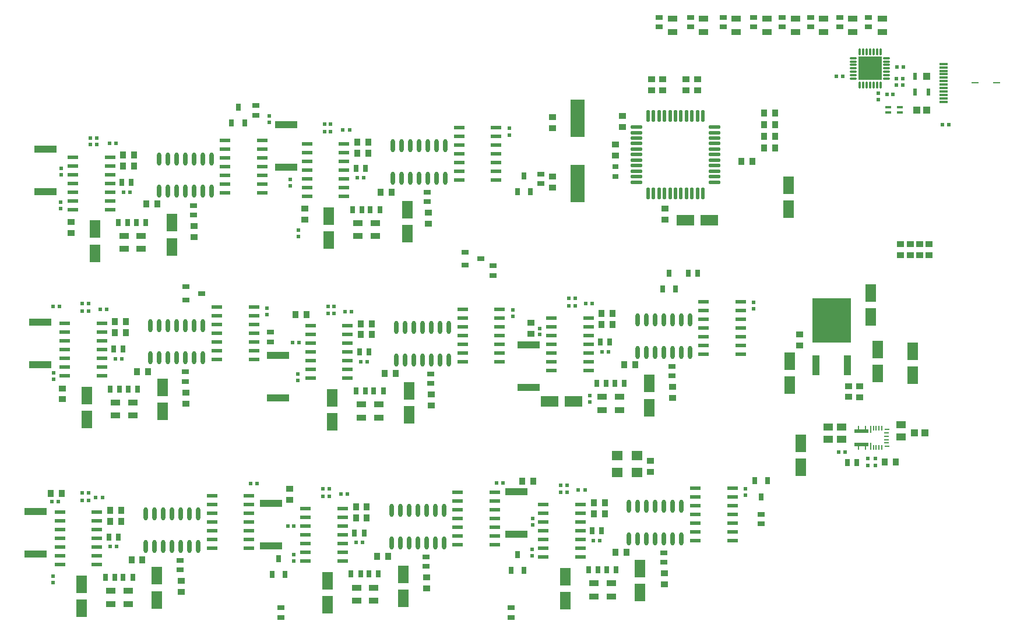
<source format=gtp>
G04*
G04 #@! TF.GenerationSoftware,Altium Limited,Altium Designer,19.0.15 (446)*
G04*
G04 Layer_Color=8421504*
%FSLAX25Y25*%
%MOIN*%
G70*
G01*
G75*
%ADD19R,0.05512X0.03543*%
%ADD20R,0.03898X0.02835*%
%ADD21R,0.02441X0.02441*%
%ADD22R,0.06102X0.02362*%
%ADD23R,0.02441X0.02284*%
%ADD24R,0.12992X0.04134*%
%ADD25R,0.02441X0.02441*%
%ADD26R,0.02284X0.02441*%
%ADD27R,0.03740X0.03937*%
%ADD28R,0.02559X0.04134*%
%ADD29R,0.05512X0.04134*%
%ADD30R,0.03937X0.03937*%
%ADD31R,0.08268X0.02362*%
%ADD32R,0.00787X0.04331*%
%ADD33R,0.00787X0.03150*%
%ADD34R,0.03150X0.00984*%
%ADD35R,0.02756X0.00984*%
%ADD36R,0.03543X0.01575*%
%ADD37R,0.13189X0.13189*%
%ADD38O,0.04134X0.01181*%
%ADD39O,0.01181X0.04134*%
%ADD40R,0.21850X0.25591*%
%ADD41R,0.03937X0.11221*%
%ADD42R,0.06299X0.10039*%
%ADD43R,0.03937X0.03740*%
%ADD44R,0.02835X0.03898*%
%ADD45R,0.03543X0.03937*%
%ADD46R,0.04724X0.01181*%
%ADD47R,0.03937X0.00787*%
%ADD48R,0.04134X0.02559*%
%ADD49O,0.02165X0.06890*%
%ADD50O,0.06890X0.02165*%
%ADD51R,0.10039X0.06299*%
%ADD52O,0.02362X0.07480*%
%ADD53R,0.03543X0.03150*%
%ADD54R,0.03937X0.03543*%
%ADD55R,0.02362X0.03937*%
%ADD56R,0.07874X0.21654*%
%ADD57R,0.06299X0.05315*%
G36*
X631299Y333425D02*
X624685D01*
Y339094D01*
X631299D01*
Y333425D01*
D02*
G37*
G36*
X621772D02*
X615158D01*
Y339094D01*
X621772D01*
Y333425D01*
D02*
G37*
G36*
X631299Y325630D02*
X624685D01*
Y331299D01*
X631299D01*
Y325630D01*
D02*
G37*
G36*
X621772D02*
X615158D01*
Y331299D01*
X621772D01*
Y325630D01*
D02*
G37*
G36*
X631299Y317835D02*
X624685D01*
Y323504D01*
X631299D01*
Y317835D01*
D02*
G37*
G36*
X621772D02*
X615158D01*
Y323504D01*
X621772D01*
Y317835D01*
D02*
G37*
D19*
X532205Y493720D02*
D03*
Y501200D02*
D03*
X602598Y493720D02*
D03*
Y501200D02*
D03*
X618504Y493720D02*
D03*
Y501200D02*
D03*
X550079Y493720D02*
D03*
Y501200D02*
D03*
X635197Y493720D02*
D03*
Y501200D02*
D03*
X568740Y493720D02*
D03*
Y501200D02*
D03*
X652283Y493720D02*
D03*
Y501200D02*
D03*
X586220Y493720D02*
D03*
Y501200D02*
D03*
X228346Y376969D02*
D03*
Y369488D02*
D03*
X362205Y384449D02*
D03*
Y376969D02*
D03*
X364173Y280512D02*
D03*
Y273031D02*
D03*
X223622Y281693D02*
D03*
Y274213D02*
D03*
X220866Y173819D02*
D03*
Y166339D02*
D03*
X361417Y175787D02*
D03*
Y168307D02*
D03*
X501968Y284842D02*
D03*
Y277362D02*
D03*
X497244Y178150D02*
D03*
Y170669D02*
D03*
X218504Y376969D02*
D03*
Y369488D02*
D03*
X352362Y384449D02*
D03*
Y376969D02*
D03*
X354331Y280512D02*
D03*
Y273031D02*
D03*
X213779Y281693D02*
D03*
Y274213D02*
D03*
X211024Y173819D02*
D03*
Y166339D02*
D03*
X351575Y175787D02*
D03*
Y168307D02*
D03*
X492126Y284842D02*
D03*
Y277362D02*
D03*
X487402Y178150D02*
D03*
Y170669D02*
D03*
D20*
X524803Y496496D02*
D03*
Y501929D02*
D03*
X594882Y496496D02*
D03*
Y501929D02*
D03*
X611417Y496496D02*
D03*
Y501929D02*
D03*
X542520Y496496D02*
D03*
Y501929D02*
D03*
X627953Y496496D02*
D03*
Y501929D02*
D03*
X561417Y496496D02*
D03*
Y501929D02*
D03*
X644488Y496496D02*
D03*
Y501929D02*
D03*
X578740Y496496D02*
D03*
Y501929D02*
D03*
X302362Y321882D02*
D03*
Y316449D02*
D03*
X294094Y446102D02*
D03*
Y451535D02*
D03*
X457049Y406850D02*
D03*
Y412284D02*
D03*
X429528Y354370D02*
D03*
Y359803D02*
D03*
X308261Y158701D02*
D03*
Y164134D02*
D03*
X439961Y158701D02*
D03*
Y164134D02*
D03*
X583090Y212244D02*
D03*
Y217677D02*
D03*
X392126Y401929D02*
D03*
Y396496D02*
D03*
X394094Y297992D02*
D03*
Y292559D02*
D03*
X250787Y191299D02*
D03*
Y185866D02*
D03*
X258268Y394449D02*
D03*
Y389016D02*
D03*
X253543Y299173D02*
D03*
Y293740D02*
D03*
X391339Y193268D02*
D03*
Y187835D02*
D03*
X531890Y302323D02*
D03*
Y296890D02*
D03*
X527165Y195630D02*
D03*
Y190197D02*
D03*
D21*
X202953Y433071D02*
D03*
X199409D02*
D03*
X336811Y440945D02*
D03*
X333268D02*
D03*
X338779Y336614D02*
D03*
X335236D02*
D03*
X198228Y338189D02*
D03*
X194685D02*
D03*
X198228Y229921D02*
D03*
X194685D02*
D03*
X336024Y232283D02*
D03*
X332480D02*
D03*
X476575Y341142D02*
D03*
X473032D02*
D03*
X471850Y234456D02*
D03*
X468307D02*
D03*
X202953Y429134D02*
D03*
X199409D02*
D03*
X336811Y436614D02*
D03*
X333268D02*
D03*
X338779Y332677D02*
D03*
X335236D02*
D03*
X198228Y333858D02*
D03*
X194685D02*
D03*
X198228Y225500D02*
D03*
X194685D02*
D03*
X336024Y227953D02*
D03*
X332480D02*
D03*
X476575Y337008D02*
D03*
X473032D02*
D03*
X471850Y230315D02*
D03*
X468307D02*
D03*
X318701Y315898D02*
D03*
X315158D02*
D03*
X178150Y336614D02*
D03*
X181693D02*
D03*
X177495Y224803D02*
D03*
X181039D02*
D03*
X315748Y210906D02*
D03*
X312205D02*
D03*
X658465Y457874D02*
D03*
X654921D02*
D03*
D22*
X210630Y392087D02*
D03*
Y397087D02*
D03*
Y402087D02*
D03*
Y407087D02*
D03*
Y412087D02*
D03*
Y417087D02*
D03*
Y422087D02*
D03*
X189370Y392087D02*
D03*
Y397087D02*
D03*
Y402087D02*
D03*
Y407087D02*
D03*
Y412087D02*
D03*
Y417087D02*
D03*
Y422087D02*
D03*
X205906Y296811D02*
D03*
Y301811D02*
D03*
Y306811D02*
D03*
Y311811D02*
D03*
Y316811D02*
D03*
Y321811D02*
D03*
Y326811D02*
D03*
X184646Y296811D02*
D03*
Y301811D02*
D03*
Y306811D02*
D03*
Y311811D02*
D03*
Y316811D02*
D03*
Y321811D02*
D03*
Y326811D02*
D03*
X297638Y401535D02*
D03*
Y406535D02*
D03*
Y411535D02*
D03*
Y416535D02*
D03*
Y421535D02*
D03*
Y426535D02*
D03*
Y431535D02*
D03*
X276378Y401535D02*
D03*
Y406535D02*
D03*
Y411535D02*
D03*
Y416535D02*
D03*
Y421535D02*
D03*
Y426535D02*
D03*
Y431535D02*
D03*
X433465Y305079D02*
D03*
Y310079D02*
D03*
Y315079D02*
D03*
Y320079D02*
D03*
Y325079D02*
D03*
Y330079D02*
D03*
Y335079D02*
D03*
X412205Y305079D02*
D03*
Y310079D02*
D03*
Y315079D02*
D03*
Y320079D02*
D03*
Y325079D02*
D03*
Y330079D02*
D03*
Y335079D02*
D03*
X290158Y198386D02*
D03*
Y203386D02*
D03*
Y208386D02*
D03*
Y213386D02*
D03*
Y218386D02*
D03*
Y223386D02*
D03*
Y228386D02*
D03*
X268898Y198386D02*
D03*
Y203386D02*
D03*
Y208386D02*
D03*
Y213386D02*
D03*
Y218386D02*
D03*
Y223386D02*
D03*
Y228386D02*
D03*
X430709Y200354D02*
D03*
Y205354D02*
D03*
Y210354D02*
D03*
Y215354D02*
D03*
Y220354D02*
D03*
Y225354D02*
D03*
Y230354D02*
D03*
X409449Y200354D02*
D03*
Y205354D02*
D03*
Y210354D02*
D03*
Y215354D02*
D03*
Y220354D02*
D03*
Y225354D02*
D03*
Y230354D02*
D03*
X323228Y429567D02*
D03*
Y424567D02*
D03*
Y419567D02*
D03*
Y414567D02*
D03*
Y409567D02*
D03*
Y404567D02*
D03*
Y399567D02*
D03*
X344488Y429567D02*
D03*
Y424567D02*
D03*
Y419567D02*
D03*
Y414567D02*
D03*
Y409567D02*
D03*
Y404567D02*
D03*
Y399567D02*
D03*
X410236Y439016D02*
D03*
Y434016D02*
D03*
Y429016D02*
D03*
Y424016D02*
D03*
Y419016D02*
D03*
Y414016D02*
D03*
Y409016D02*
D03*
X431496Y439016D02*
D03*
Y434016D02*
D03*
Y429016D02*
D03*
Y424016D02*
D03*
Y419016D02*
D03*
Y414016D02*
D03*
Y409016D02*
D03*
X545276Y232716D02*
D03*
Y227716D02*
D03*
Y222716D02*
D03*
Y217717D02*
D03*
Y212717D02*
D03*
Y207716D02*
D03*
Y202716D02*
D03*
X566535Y232716D02*
D03*
Y227716D02*
D03*
Y222716D02*
D03*
Y217717D02*
D03*
Y212717D02*
D03*
Y207716D02*
D03*
Y202716D02*
D03*
X550000Y339409D02*
D03*
Y334409D02*
D03*
Y329410D02*
D03*
Y324410D02*
D03*
Y319409D02*
D03*
Y314409D02*
D03*
Y309409D02*
D03*
X571260Y339409D02*
D03*
Y334409D02*
D03*
Y329410D02*
D03*
Y324410D02*
D03*
Y319409D02*
D03*
Y314409D02*
D03*
Y309409D02*
D03*
X271654Y336260D02*
D03*
Y331260D02*
D03*
Y326260D02*
D03*
Y321260D02*
D03*
Y316260D02*
D03*
Y311260D02*
D03*
Y306260D02*
D03*
X292913Y336260D02*
D03*
Y331260D02*
D03*
Y326260D02*
D03*
Y321260D02*
D03*
Y316260D02*
D03*
Y311260D02*
D03*
Y306260D02*
D03*
X458268Y223268D02*
D03*
Y218268D02*
D03*
Y213268D02*
D03*
Y208268D02*
D03*
Y203268D02*
D03*
Y198268D02*
D03*
Y193268D02*
D03*
X479528Y223268D02*
D03*
Y218268D02*
D03*
Y213268D02*
D03*
Y208268D02*
D03*
Y203268D02*
D03*
Y198268D02*
D03*
Y193268D02*
D03*
X181890Y218937D02*
D03*
Y213937D02*
D03*
Y208937D02*
D03*
Y203937D02*
D03*
Y198937D02*
D03*
Y193937D02*
D03*
Y188937D02*
D03*
X203150Y218937D02*
D03*
Y213937D02*
D03*
Y208937D02*
D03*
Y203937D02*
D03*
Y198937D02*
D03*
Y193937D02*
D03*
Y188937D02*
D03*
X325197Y325630D02*
D03*
Y320630D02*
D03*
Y315630D02*
D03*
Y310630D02*
D03*
Y305630D02*
D03*
Y300630D02*
D03*
Y295630D02*
D03*
X346457Y325630D02*
D03*
Y320630D02*
D03*
Y315630D02*
D03*
Y310630D02*
D03*
Y305630D02*
D03*
Y300630D02*
D03*
Y295630D02*
D03*
X322441Y220905D02*
D03*
Y215905D02*
D03*
Y210906D02*
D03*
Y205906D02*
D03*
Y200905D02*
D03*
Y195905D02*
D03*
Y190905D02*
D03*
X343701Y220905D02*
D03*
Y215905D02*
D03*
Y210906D02*
D03*
Y205906D02*
D03*
Y200905D02*
D03*
Y195905D02*
D03*
Y190905D02*
D03*
X462992Y329961D02*
D03*
Y324961D02*
D03*
Y319961D02*
D03*
Y314961D02*
D03*
Y309961D02*
D03*
Y304961D02*
D03*
Y299961D02*
D03*
X484252Y329961D02*
D03*
Y324961D02*
D03*
Y319961D02*
D03*
Y314961D02*
D03*
Y309961D02*
D03*
Y304961D02*
D03*
Y299961D02*
D03*
D23*
X178347Y295039D02*
D03*
Y298740D02*
D03*
X182283Y392638D02*
D03*
Y396339D02*
D03*
X318189Y376650D02*
D03*
Y380350D02*
D03*
X318110Y294246D02*
D03*
Y297946D02*
D03*
X178150Y178465D02*
D03*
Y182165D02*
D03*
X315638Y191063D02*
D03*
Y194764D02*
D03*
X451968Y193819D02*
D03*
Y197520D02*
D03*
X485039Y281850D02*
D03*
Y285551D02*
D03*
X644095Y245787D02*
D03*
Y249488D02*
D03*
X648425D02*
D03*
Y245787D02*
D03*
X301589Y445551D02*
D03*
Y441850D02*
D03*
X438976Y438465D02*
D03*
Y434764D02*
D03*
X440945Y334528D02*
D03*
Y330827D02*
D03*
X300394Y335709D02*
D03*
Y332008D02*
D03*
X578740Y338858D02*
D03*
Y335157D02*
D03*
X574016Y232165D02*
D03*
Y228465D02*
D03*
D24*
X173622Y402362D02*
D03*
Y426772D02*
D03*
X311417Y416142D02*
D03*
Y440551D02*
D03*
X306693Y284252D02*
D03*
Y308661D02*
D03*
X170783Y303150D02*
D03*
Y327559D02*
D03*
X168110Y194882D02*
D03*
Y219291D02*
D03*
X302756Y199606D02*
D03*
Y224016D02*
D03*
X450000Y314651D02*
D03*
Y290242D02*
D03*
X442913Y206295D02*
D03*
Y230705D02*
D03*
D25*
X182677Y412045D02*
D03*
Y415588D02*
D03*
X313779Y405709D02*
D03*
Y409252D02*
D03*
X452362Y215158D02*
D03*
Y211614D02*
D03*
X456299Y320472D02*
D03*
Y324016D02*
D03*
X650000Y454921D02*
D03*
Y458465D02*
D03*
D26*
X213914Y429961D02*
D03*
X210214D02*
D03*
X348701Y333465D02*
D03*
X345000D02*
D03*
X208543Y335039D02*
D03*
X204842D02*
D03*
X206181Y227165D02*
D03*
X202480D02*
D03*
X346339Y229134D02*
D03*
X342638D02*
D03*
X482165Y231496D02*
D03*
X478465D02*
D03*
X690433Y440736D02*
D03*
X686732D02*
D03*
X664055Y467114D02*
D03*
X660354D02*
D03*
X664350Y473622D02*
D03*
X660650D02*
D03*
X660354Y463290D02*
D03*
X664055D02*
D03*
X629803Y468307D02*
D03*
X626102D02*
D03*
X630984Y253268D02*
D03*
X627283D02*
D03*
X218228Y401968D02*
D03*
X221929D02*
D03*
X352087Y410236D02*
D03*
X355787D02*
D03*
X354055Y305118D02*
D03*
X357756D02*
D03*
X213504Y306693D02*
D03*
X217205D02*
D03*
X210748Y199213D02*
D03*
X214449D02*
D03*
X351299Y201575D02*
D03*
X355000D02*
D03*
X491850Y310630D02*
D03*
X495551D02*
D03*
X487126Y202756D02*
D03*
X490827D02*
D03*
X294646Y235311D02*
D03*
X290945D02*
D03*
X435310Y235620D02*
D03*
X431609D02*
D03*
X343819Y437795D02*
D03*
X347520D02*
D03*
X482795Y338189D02*
D03*
X486496D02*
D03*
D27*
X231496Y395276D02*
D03*
X237795D02*
D03*
X365354Y402087D02*
D03*
X371654D02*
D03*
X367717Y298425D02*
D03*
X374016D02*
D03*
X225984Y299213D02*
D03*
X232283D02*
D03*
X222835Y191732D02*
D03*
X229134D02*
D03*
X363386Y193701D02*
D03*
X369685D02*
D03*
X499606Y196063D02*
D03*
X505905D02*
D03*
X504724Y303150D02*
D03*
X511024D02*
D03*
X446457Y236614D02*
D03*
X452756D02*
D03*
X357480Y215748D02*
D03*
X351181D02*
D03*
X357480Y222047D02*
D03*
X351181D02*
D03*
X498032Y326378D02*
D03*
X491732D02*
D03*
X498032Y332677D02*
D03*
X491732D02*
D03*
X219685Y327953D02*
D03*
X213386D02*
D03*
X219685Y321654D02*
D03*
X213386D02*
D03*
X216929Y213779D02*
D03*
X210630D02*
D03*
X216929Y220079D02*
D03*
X210630D02*
D03*
X183071Y229527D02*
D03*
X176772D02*
D03*
X360236Y320472D02*
D03*
X353937D02*
D03*
X360236Y326772D02*
D03*
X353937D02*
D03*
X322835Y332008D02*
D03*
X316535D02*
D03*
X358268Y430709D02*
D03*
X351969D02*
D03*
X358268Y424409D02*
D03*
X351969D02*
D03*
X224410Y423228D02*
D03*
X218110D02*
D03*
X224410Y416929D02*
D03*
X218110D02*
D03*
X493701Y218110D02*
D03*
X487402D02*
D03*
X493701Y224409D02*
D03*
X487402D02*
D03*
D28*
X303346Y183307D02*
D03*
X310827D02*
D03*
X307087Y192362D02*
D03*
X439961Y185669D02*
D03*
X447441D02*
D03*
X443701Y194724D02*
D03*
X283858Y450591D02*
D03*
X287598Y441535D02*
D03*
X280118D02*
D03*
X447244Y411221D02*
D03*
X450984Y402165D02*
D03*
X443504D02*
D03*
X530391Y355528D02*
D03*
X534131Y346472D02*
D03*
X526650D02*
D03*
X583071Y227756D02*
D03*
X579331Y236811D02*
D03*
X586811D02*
D03*
D29*
X662992Y261811D02*
D03*
Y268898D02*
D03*
X621260Y260630D02*
D03*
Y267717D02*
D03*
X629134Y260630D02*
D03*
Y267717D02*
D03*
D30*
X670669Y264173D02*
D03*
X676575D02*
D03*
X671850Y448819D02*
D03*
X677756D02*
D03*
Y468307D02*
D03*
D31*
X640354Y257480D02*
D03*
Y265354D02*
D03*
D32*
X638583Y266339D02*
D03*
X642520D02*
D03*
X638583Y256496D02*
D03*
X642520D02*
D03*
X645669D02*
D03*
Y266339D02*
D03*
D33*
X647244Y255906D02*
D03*
X648819D02*
D03*
X650394D02*
D03*
X651968D02*
D03*
Y266929D02*
D03*
X650394D02*
D03*
X648819D02*
D03*
X647244D02*
D03*
D34*
X654724Y260433D02*
D03*
Y258465D02*
D03*
Y262402D02*
D03*
Y264370D02*
D03*
D35*
X654921Y256496D02*
D03*
Y266339D02*
D03*
D36*
X662402Y450787D02*
D03*
Y447638D02*
D03*
X655709Y450787D02*
D03*
Y447638D02*
D03*
D37*
X645276Y472835D02*
D03*
D38*
X635827Y466929D02*
D03*
Y468898D02*
D03*
Y470866D02*
D03*
Y472835D02*
D03*
Y474803D02*
D03*
Y476772D02*
D03*
Y478740D02*
D03*
X654724D02*
D03*
Y476772D02*
D03*
Y474803D02*
D03*
Y472835D02*
D03*
Y470866D02*
D03*
Y468898D02*
D03*
Y466929D02*
D03*
D39*
X639370Y482283D02*
D03*
X641339D02*
D03*
X643307D02*
D03*
X645276D02*
D03*
X647244D02*
D03*
X649213D02*
D03*
X651181D02*
D03*
Y463386D02*
D03*
X649213D02*
D03*
X647244D02*
D03*
X645276D02*
D03*
X643307D02*
D03*
X641339D02*
D03*
X639370D02*
D03*
D40*
X623228Y328465D02*
D03*
D41*
X632205Y303071D02*
D03*
X614252D02*
D03*
D42*
X669614Y311008D02*
D03*
Y297228D02*
D03*
X599213Y291535D02*
D03*
Y305315D02*
D03*
X513740Y172874D02*
D03*
Y186653D02*
D03*
X470866Y182087D02*
D03*
Y168307D02*
D03*
X335039Y179724D02*
D03*
Y165945D02*
D03*
X378346Y169488D02*
D03*
Y183268D02*
D03*
X518898Y278740D02*
D03*
Y292520D02*
D03*
X240551Y276575D02*
D03*
Y290354D02*
D03*
X197244Y285630D02*
D03*
Y271850D02*
D03*
X194488Y177756D02*
D03*
Y163976D02*
D03*
X237402Y168701D02*
D03*
Y182480D02*
D03*
X337795Y284449D02*
D03*
Y270669D02*
D03*
X381614Y274606D02*
D03*
Y288386D02*
D03*
X380669Y378221D02*
D03*
Y392000D02*
D03*
X335827Y388386D02*
D03*
Y374606D02*
D03*
X246063Y370740D02*
D03*
Y384520D02*
D03*
X201969Y380906D02*
D03*
Y367126D02*
D03*
X645571Y344390D02*
D03*
Y330610D02*
D03*
X598819Y406102D02*
D03*
Y392323D02*
D03*
X649606Y312008D02*
D03*
Y298228D02*
D03*
X605512Y258413D02*
D03*
Y244634D02*
D03*
D43*
X639370Y290945D02*
D03*
Y284646D02*
D03*
X499606Y422850D02*
D03*
Y429150D02*
D03*
X528000Y386350D02*
D03*
Y392650D02*
D03*
X258661Y382677D02*
D03*
Y376378D02*
D03*
X392520Y390158D02*
D03*
Y383858D02*
D03*
X394488Y286221D02*
D03*
Y279921D02*
D03*
X253937Y287402D02*
D03*
Y281102D02*
D03*
X251181Y179528D02*
D03*
Y173228D02*
D03*
X391732Y181496D02*
D03*
Y175197D02*
D03*
X532283Y290551D02*
D03*
Y284252D02*
D03*
X527559Y183858D02*
D03*
Y177559D02*
D03*
X313289Y232283D02*
D03*
Y225984D02*
D03*
X451181Y327165D02*
D03*
Y320866D02*
D03*
X183465Y283465D02*
D03*
Y289764D02*
D03*
X322047Y386221D02*
D03*
Y392520D02*
D03*
X188189Y378740D02*
D03*
Y385039D02*
D03*
X605118Y320660D02*
D03*
Y314361D02*
D03*
X632953Y284803D02*
D03*
Y291102D02*
D03*
X463779Y404724D02*
D03*
Y411024D02*
D03*
Y438583D02*
D03*
Y444882D02*
D03*
X519791Y248139D02*
D03*
Y241840D02*
D03*
D44*
X632323Y247244D02*
D03*
X637756D02*
D03*
X546811Y355512D02*
D03*
X541378D02*
D03*
X489724Y185827D02*
D03*
X484291D02*
D03*
X499961D02*
D03*
X494527D02*
D03*
X364134Y183465D02*
D03*
X358701D02*
D03*
X353898D02*
D03*
X348465D02*
D03*
X504685Y292520D02*
D03*
X499252D02*
D03*
X494449D02*
D03*
X489016D02*
D03*
X216102Y289370D02*
D03*
X210669D02*
D03*
X226339D02*
D03*
X220905D02*
D03*
X223583Y181496D02*
D03*
X218150D02*
D03*
X213346D02*
D03*
X207913D02*
D03*
X366890Y288189D02*
D03*
X361457D02*
D03*
X356653D02*
D03*
X351220D02*
D03*
X354685Y392126D02*
D03*
X349252D02*
D03*
X364921D02*
D03*
X359488D02*
D03*
X220827Y384646D02*
D03*
X215394D02*
D03*
X231063D02*
D03*
X225630D02*
D03*
X351220Y415748D02*
D03*
X356653D02*
D03*
X353189Y310630D02*
D03*
X358622D02*
D03*
X209882Y204724D02*
D03*
X215315D02*
D03*
X217362Y407480D02*
D03*
X222795D02*
D03*
X212638Y312205D02*
D03*
X218071D02*
D03*
X350433Y207087D02*
D03*
X355866D02*
D03*
X490984Y316142D02*
D03*
X496417D02*
D03*
X486260Y208268D02*
D03*
X491693D02*
D03*
D45*
X659842Y247638D02*
D03*
X653543D02*
D03*
X584602Y447429D02*
D03*
X590902D02*
D03*
X584602Y440736D02*
D03*
X590902D02*
D03*
X584602Y434043D02*
D03*
X590902D02*
D03*
X584602Y427350D02*
D03*
X590902D02*
D03*
X577953Y419685D02*
D03*
X571654D02*
D03*
D46*
X687284Y475394D02*
D03*
Y473425D02*
D03*
Y471457D02*
D03*
Y469488D02*
D03*
Y467520D02*
D03*
Y465551D02*
D03*
Y463583D02*
D03*
Y461614D02*
D03*
Y459646D02*
D03*
Y457677D02*
D03*
Y455709D02*
D03*
Y453740D02*
D03*
D47*
X717520Y464567D02*
D03*
X705315D02*
D03*
D48*
X422715Y363976D02*
D03*
X413660Y360236D02*
D03*
Y367717D02*
D03*
X263071Y344094D02*
D03*
X254016Y340354D02*
D03*
Y347835D02*
D03*
D49*
X518252Y401256D02*
D03*
X521402D02*
D03*
X524551D02*
D03*
X527701D02*
D03*
X530850D02*
D03*
X534000D02*
D03*
X537150D02*
D03*
X540299D02*
D03*
X543449D02*
D03*
X546598D02*
D03*
X549748D02*
D03*
Y445744D02*
D03*
X546598D02*
D03*
X543449D02*
D03*
X540299D02*
D03*
X537150D02*
D03*
X534000D02*
D03*
X530850D02*
D03*
X527701D02*
D03*
X524551D02*
D03*
X521402D02*
D03*
X518252D02*
D03*
D50*
X556244Y407752D02*
D03*
Y410902D02*
D03*
Y414051D02*
D03*
Y417201D02*
D03*
Y420350D02*
D03*
Y423500D02*
D03*
Y426650D02*
D03*
Y429799D02*
D03*
Y432949D02*
D03*
Y436098D02*
D03*
Y439248D02*
D03*
X511756D02*
D03*
Y436098D02*
D03*
Y432949D02*
D03*
Y429799D02*
D03*
Y426650D02*
D03*
Y423500D02*
D03*
Y420350D02*
D03*
Y417201D02*
D03*
Y414051D02*
D03*
Y410902D02*
D03*
Y407752D02*
D03*
D51*
X553390Y386000D02*
D03*
X539610D02*
D03*
X462008Y282354D02*
D03*
X475787D02*
D03*
D52*
X537441Y222244D02*
D03*
X532441D02*
D03*
X527441D02*
D03*
X522441D02*
D03*
X517441D02*
D03*
X512441D02*
D03*
X507441D02*
D03*
X537441Y203740D02*
D03*
X532441D02*
D03*
X527441D02*
D03*
X522441D02*
D03*
X517441D02*
D03*
X512441D02*
D03*
X507441D02*
D03*
X401614Y219882D02*
D03*
X396614D02*
D03*
X391614D02*
D03*
X386614D02*
D03*
X381614D02*
D03*
X376614D02*
D03*
X371614D02*
D03*
X401614Y201378D02*
D03*
X396614D02*
D03*
X391614D02*
D03*
X386614D02*
D03*
X381614D02*
D03*
X376614D02*
D03*
X371614D02*
D03*
X542165Y328937D02*
D03*
X537165D02*
D03*
X532165D02*
D03*
X527165D02*
D03*
X522165D02*
D03*
X517165D02*
D03*
X512165D02*
D03*
X542165Y310433D02*
D03*
X537165D02*
D03*
X532165D02*
D03*
X527165D02*
D03*
X522165D02*
D03*
X517165D02*
D03*
X512165D02*
D03*
X263819Y325787D02*
D03*
X258819D02*
D03*
X253819D02*
D03*
X248819D02*
D03*
X243819D02*
D03*
X238819D02*
D03*
X233819D02*
D03*
X263819Y307283D02*
D03*
X258819D02*
D03*
X253819D02*
D03*
X248819D02*
D03*
X243819D02*
D03*
X238819D02*
D03*
X233819D02*
D03*
X261063Y217913D02*
D03*
X256063D02*
D03*
X251063D02*
D03*
X246063D02*
D03*
X241063D02*
D03*
X236063D02*
D03*
X231063D02*
D03*
X261063Y199409D02*
D03*
X256063D02*
D03*
X251063D02*
D03*
X246063D02*
D03*
X241063D02*
D03*
X236063D02*
D03*
X231063D02*
D03*
X404370Y324606D02*
D03*
X399370D02*
D03*
X394370D02*
D03*
X389370D02*
D03*
X384370D02*
D03*
X379370D02*
D03*
X374370D02*
D03*
X404370Y306102D02*
D03*
X399370D02*
D03*
X394370D02*
D03*
X389370D02*
D03*
X384370D02*
D03*
X379370D02*
D03*
X374370D02*
D03*
X402402Y428543D02*
D03*
X397402D02*
D03*
X392402D02*
D03*
X387402D02*
D03*
X382402D02*
D03*
X377402D02*
D03*
X372402D02*
D03*
X402402Y410039D02*
D03*
X397402D02*
D03*
X392402D02*
D03*
X387402D02*
D03*
X382402D02*
D03*
X377402D02*
D03*
X372402D02*
D03*
X268543Y421063D02*
D03*
X263543D02*
D03*
X258543D02*
D03*
X253543D02*
D03*
X248543D02*
D03*
X243543D02*
D03*
X238543D02*
D03*
X268543Y402559D02*
D03*
X263543D02*
D03*
X258543D02*
D03*
X253543D02*
D03*
X248543D02*
D03*
X243543D02*
D03*
X238543D02*
D03*
D53*
X499606Y416535D02*
D03*
Y411024D02*
D03*
D54*
X662500Y365850D02*
D03*
Y372150D02*
D03*
X673500Y365850D02*
D03*
Y372150D02*
D03*
X679000Y365850D02*
D03*
Y372150D02*
D03*
X668167Y365850D02*
D03*
Y372150D02*
D03*
X520472Y460236D02*
D03*
Y466535D02*
D03*
X526772Y460236D02*
D03*
Y466535D02*
D03*
X540158Y460236D02*
D03*
Y466535D02*
D03*
X546500Y460236D02*
D03*
Y466535D02*
D03*
X503543Y439370D02*
D03*
Y445669D02*
D03*
D55*
X678543Y459252D02*
D03*
X671063D02*
D03*
Y468307D02*
D03*
D56*
X478063Y406799D02*
D03*
Y444201D02*
D03*
D57*
X512000Y241568D02*
D03*
Y251411D02*
D03*
X500583D02*
D03*
Y241568D02*
D03*
M02*

</source>
